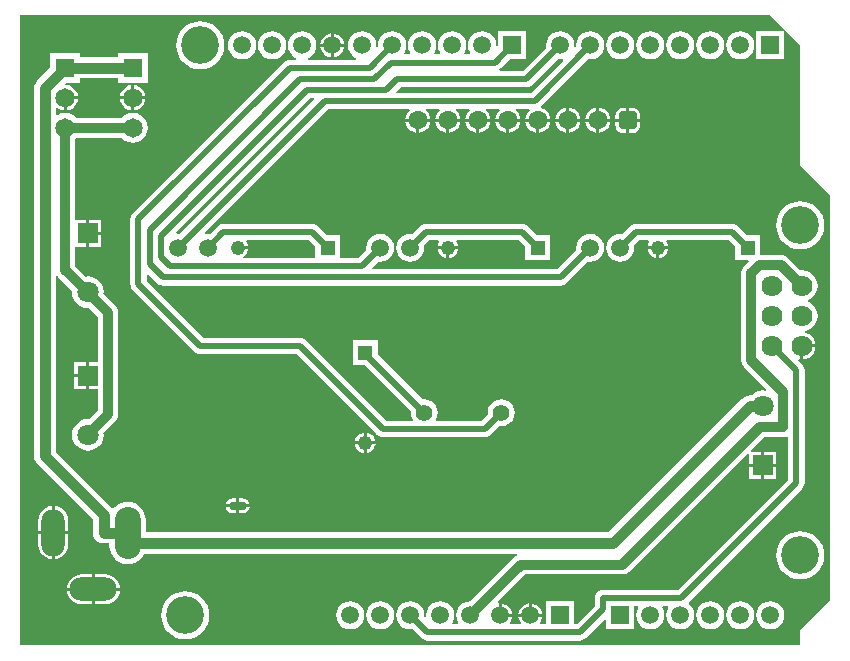
<source format=gbl>
G04*
G04 #@! TF.GenerationSoftware,Altium Limited,Altium Designer,22.5.1 (42)*
G04*
G04 Layer_Physical_Order=2*
G04 Layer_Color=16711680*
%FSLAX42Y42*%
%MOMM*%
G71*
G04*
G04 #@! TF.SameCoordinates,8F982C1A-2937-4736-9447-CD7387795ED9*
G04*
G04*
G04 #@! TF.FilePolarity,Positive*
G04*
G01*
G75*
%ADD24R,1.24X1.24*%
%ADD25C,1.24*%
%ADD26R,1.24X1.24*%
%ADD34C,1.80*%
%ADD35R,1.80X1.80*%
%ADD36O,2.00X4.00*%
%ADD37O,4.00X2.00*%
%ADD38O,2.20X4.40*%
%ADD39R,1.65X1.65*%
%ADD40C,1.65*%
%ADD41C,1.60*%
G04:AMPARAMS|DCode=42|XSize=1.6mm|YSize=1.6mm|CornerRadius=0.4mm|HoleSize=0mm|Usage=FLASHONLY|Rotation=180.000|XOffset=0mm|YOffset=0mm|HoleType=Round|Shape=RoundedRectangle|*
%AMROUNDEDRECTD42*
21,1,1.60,0.80,0,0,180.0*
21,1,0.80,1.60,0,0,180.0*
1,1,0.80,-0.40,0.40*
1,1,0.80,0.40,0.40*
1,1,0.80,0.40,-0.40*
1,1,0.80,-0.40,-0.40*
%
%ADD42ROUNDEDRECTD42*%
%ADD43C,1.50*%
%ADD44O,1.52X0.76*%
%ADD45C,1.41*%
%ADD46C,1.78*%
%ADD47C,1.52*%
%ADD48R,1.52X1.52*%
%ADD49C,3.20*%
%ADD50C,0.94*%
%ADD51C,0.81*%
%ADD52C,0.51*%
G36*
X6474Y5210D02*
X6467Y5199D01*
X6458Y5199D01*
X6231D01*
Y4961D01*
X6469D01*
Y5187D01*
X6469Y5197D01*
X6480Y5204D01*
X6604Y5080D01*
Y4064D01*
X6858Y3810D01*
Y381D01*
X6604Y127D01*
Y0D01*
X0D01*
Y5334D01*
X6350D01*
X6474Y5210D01*
D02*
G37*
%LPC*%
G36*
X2654Y5181D02*
Y5093D01*
X2742D01*
X2741Y5107D01*
X2730Y5131D01*
X2714Y5152D01*
X2693Y5169D01*
X2668Y5179D01*
X2654Y5181D01*
D02*
G37*
G36*
X2629D02*
X2615Y5179D01*
X2590Y5169D01*
X2569Y5152D01*
X2553Y5131D01*
X2543Y5107D01*
X2541Y5093D01*
X2629D01*
Y5181D01*
D02*
G37*
G36*
X4826Y5200D02*
X4795Y5196D01*
X4766Y5184D01*
X4741Y5165D01*
X4722Y5140D01*
X4710Y5111D01*
X4706Y5080D01*
X4708Y5065D01*
X4703Y5061D01*
X4691Y5067D01*
X4692Y5080D01*
X4688Y5111D01*
X4676Y5140D01*
X4657Y5165D01*
X4632Y5184D01*
X4603Y5196D01*
X4572Y5200D01*
X4541Y5196D01*
X4512Y5184D01*
X4487Y5165D01*
X4468Y5140D01*
X4456Y5111D01*
X4452Y5080D01*
X4454Y5060D01*
X4258Y4863D01*
X4062D01*
X4057Y4876D01*
X4067Y4884D01*
X4144Y4961D01*
X4285D01*
Y5199D01*
X4046D01*
Y5065D01*
X4043Y5063D01*
X4031Y5070D01*
X4032Y5080D01*
X4028Y5111D01*
X4016Y5140D01*
X3997Y5165D01*
X3972Y5184D01*
X3943Y5196D01*
X3912Y5200D01*
X3880Y5196D01*
X3851Y5184D01*
X3826Y5165D01*
X3807Y5140D01*
X3795Y5111D01*
X3791Y5080D01*
X3795Y5049D01*
X3807Y5020D01*
X3812Y5013D01*
X3807Y5002D01*
X3762D01*
X3757Y5013D01*
X3762Y5020D01*
X3774Y5049D01*
X3778Y5080D01*
X3774Y5111D01*
X3762Y5140D01*
X3743Y5165D01*
X3718Y5184D01*
X3689Y5196D01*
X3658Y5200D01*
X3626Y5196D01*
X3597Y5184D01*
X3572Y5165D01*
X3553Y5140D01*
X3541Y5111D01*
X3537Y5080D01*
X3541Y5049D01*
X3553Y5020D01*
X3558Y5013D01*
X3553Y5002D01*
X3508D01*
X3503Y5013D01*
X3508Y5020D01*
X3520Y5049D01*
X3524Y5080D01*
X3520Y5111D01*
X3508Y5140D01*
X3489Y5165D01*
X3464Y5184D01*
X3435Y5196D01*
X3404Y5200D01*
X3372Y5196D01*
X3343Y5184D01*
X3318Y5165D01*
X3299Y5140D01*
X3287Y5111D01*
X3283Y5080D01*
X3287Y5049D01*
X3299Y5020D01*
X3304Y5013D01*
X3299Y5002D01*
X3254D01*
X3249Y5013D01*
X3254Y5020D01*
X3266Y5049D01*
X3270Y5080D01*
X3266Y5111D01*
X3254Y5140D01*
X3235Y5165D01*
X3210Y5184D01*
X3181Y5196D01*
X3150Y5200D01*
X3118Y5196D01*
X3089Y5184D01*
X3064Y5165D01*
X3045Y5140D01*
X3033Y5111D01*
X3029Y5080D01*
X3031Y5065D01*
X3026Y5061D01*
X3014Y5067D01*
X3016Y5080D01*
X3012Y5111D01*
X3000Y5140D01*
X2981Y5165D01*
X2956Y5184D01*
X2927Y5196D01*
X2896Y5200D01*
X2864Y5196D01*
X2835Y5184D01*
X2810Y5165D01*
X2791Y5140D01*
X2779Y5111D01*
X2775Y5080D01*
X2779Y5049D01*
X2791Y5020D01*
X2810Y4995D01*
X2835Y4976D01*
X2846Y4971D01*
X2843Y4959D01*
X2440D01*
X2437Y4971D01*
X2448Y4976D01*
X2473Y4995D01*
X2492Y5020D01*
X2504Y5049D01*
X2508Y5080D01*
X2504Y5111D01*
X2492Y5140D01*
X2473Y5165D01*
X2448Y5184D01*
X2419Y5196D01*
X2388Y5200D01*
X2356Y5196D01*
X2327Y5184D01*
X2302Y5165D01*
X2283Y5140D01*
X2271Y5111D01*
X2267Y5080D01*
X2271Y5049D01*
X2283Y5020D01*
X2302Y4995D01*
X2327Y4976D01*
X2338Y4971D01*
X2335Y4959D01*
X2281D01*
X2263Y4956D01*
X2246Y4949D01*
X2232Y4938D01*
X952Y3658D01*
X941Y3644D01*
X934Y3627D01*
X932Y3609D01*
Y3058D01*
X934Y3040D01*
X941Y3024D01*
X952Y3009D01*
X1475Y2486D01*
X1489Y2475D01*
X1506Y2468D01*
X1524Y2466D01*
X2339D01*
X3024Y1780D01*
X3039Y1769D01*
X3055Y1762D01*
X3073Y1760D01*
X3932D01*
X3950Y1762D01*
X3966Y1769D01*
X3981Y1780D01*
X4057Y1856D01*
X4071Y1854D01*
X4101Y1858D01*
X4129Y1869D01*
X4153Y1887D01*
X4171Y1911D01*
X4182Y1939D01*
X4186Y1968D01*
X4182Y1998D01*
X4171Y2026D01*
X4153Y2050D01*
X4129Y2068D01*
X4101Y2079D01*
X4071Y2083D01*
X4042Y2079D01*
X4014Y2068D01*
X3990Y2050D01*
X3972Y2026D01*
X3961Y1998D01*
X3957Y1968D01*
X3959Y1954D01*
X3903Y1898D01*
X3525D01*
X3519Y1909D01*
X3521Y1911D01*
X3532Y1939D01*
X3536Y1968D01*
X3532Y1998D01*
X3521Y2026D01*
X3503Y2050D01*
X3479Y2068D01*
X3451Y2079D01*
X3422Y2083D01*
X3407Y2081D01*
X3026Y2461D01*
Y2582D01*
X2816D01*
Y2371D01*
X2921D01*
X3309Y1983D01*
X3307Y1968D01*
X3311Y1939D01*
X3322Y1911D01*
X3324Y1909D01*
X3318Y1898D01*
X3102D01*
X2416Y2584D01*
X2402Y2595D01*
X2385Y2602D01*
X2367Y2604D01*
X1553D01*
X1070Y3087D01*
Y3136D01*
X1082Y3141D01*
X1158Y3065D01*
X1172Y3054D01*
X1189Y3047D01*
X1206Y3045D01*
X4575D01*
X4592Y3047D01*
X4609Y3054D01*
X4623Y3065D01*
X4807Y3249D01*
X4826Y3246D01*
X4857Y3250D01*
X4886Y3262D01*
X4910Y3281D01*
X4929Y3306D01*
X4941Y3335D01*
X4945Y3365D01*
X4941Y3396D01*
X4929Y3425D01*
X4910Y3450D01*
X4886Y3469D01*
X4857Y3481D01*
X4826Y3485D01*
X4795Y3481D01*
X4766Y3469D01*
X4742Y3450D01*
X4723Y3425D01*
X4711Y3396D01*
X4707Y3365D01*
X4709Y3347D01*
X4546Y3183D01*
X2980D01*
X2975Y3195D01*
X3029Y3249D01*
X3048Y3246D01*
X3079Y3250D01*
X3108Y3262D01*
X3132Y3281D01*
X3151Y3306D01*
X3163Y3335D01*
X3167Y3365D01*
X3163Y3396D01*
X3151Y3425D01*
X3132Y3450D01*
X3108Y3469D01*
X3079Y3481D01*
X3048Y3485D01*
X3017Y3481D01*
X2988Y3469D01*
X2964Y3450D01*
X2945Y3425D01*
X2933Y3396D01*
X2929Y3365D01*
X2931Y3347D01*
X2862Y3277D01*
X2709D01*
Y3471D01*
X2596D01*
X2520Y3546D01*
X2506Y3557D01*
X2489Y3564D01*
X2471Y3567D01*
X1720D01*
X1702Y3564D01*
X1685Y3557D01*
X1671Y3546D01*
X1606Y3482D01*
X1588Y3485D01*
X1566Y3482D01*
X1560Y3494D01*
X2604Y4538D01*
X3293D01*
X3298Y4526D01*
X3290Y4520D01*
X3273Y4498D01*
X3263Y4473D01*
X3261Y4458D01*
X3365D01*
X3470D01*
X3468Y4473D01*
X3458Y4498D01*
X3441Y4520D01*
X3433Y4526D01*
X3438Y4538D01*
X3547D01*
X3552Y4526D01*
X3544Y4520D01*
X3527Y4498D01*
X3517Y4473D01*
X3515Y4458D01*
X3619D01*
X3724D01*
X3722Y4473D01*
X3712Y4498D01*
X3695Y4520D01*
X3687Y4526D01*
X3692Y4538D01*
X3801D01*
X3806Y4526D01*
X3798Y4520D01*
X3781Y4498D01*
X3771Y4473D01*
X3769Y4458D01*
X3874D01*
X3978D01*
X3976Y4473D01*
X3966Y4498D01*
X3949Y4520D01*
X3941Y4526D01*
X3946Y4538D01*
X4055D01*
X4060Y4526D01*
X4052Y4520D01*
X4035Y4498D01*
X4025Y4473D01*
X4023Y4458D01*
X4128D01*
X4232D01*
X4230Y4473D01*
X4220Y4498D01*
X4203Y4520D01*
X4195Y4526D01*
X4200Y4538D01*
X4309D01*
X4314Y4526D01*
X4306Y4520D01*
X4289Y4498D01*
X4279Y4473D01*
X4277Y4458D01*
X4381D01*
X4486D01*
X4484Y4473D01*
X4474Y4498D01*
X4457Y4520D01*
X4435Y4537D01*
X4409Y4548D01*
X4407Y4548D01*
X4405Y4561D01*
X4806Y4962D01*
X4826Y4960D01*
X4857Y4964D01*
X4886Y4976D01*
X4911Y4995D01*
X4930Y5020D01*
X4942Y5049D01*
X4946Y5080D01*
X4942Y5111D01*
X4930Y5140D01*
X4911Y5165D01*
X4886Y5184D01*
X4857Y5196D01*
X4826Y5200D01*
D02*
G37*
G36*
X1078Y5015D02*
X827D01*
Y4980D01*
X507D01*
Y5015D01*
X255D01*
Y4892D01*
X144Y4781D01*
X130Y4762D01*
X120Y4740D01*
X117Y4717D01*
Y1600D01*
X120Y1577D01*
X130Y1555D01*
X144Y1536D01*
X615Y1065D01*
Y952D01*
X618Y929D01*
X627Y907D01*
X642Y888D01*
X661Y874D01*
X683Y865D01*
X706Y862D01*
X755D01*
Y843D01*
X758Y812D01*
X767Y784D01*
X781Y757D01*
X800Y734D01*
X823Y715D01*
X850Y700D01*
X879Y692D01*
X909Y689D01*
X939Y692D01*
X968Y700D01*
X995Y715D01*
X1018Y734D01*
X1037Y757D01*
X1045Y773D01*
X4203D01*
X4207Y761D01*
X4197Y756D01*
X4179Y743D01*
X3811Y374D01*
X3810Y374D01*
X3779Y370D01*
X3750Y358D01*
X3725Y339D01*
X3706Y314D01*
X3694Y285D01*
X3690Y254D01*
X3694Y223D01*
X3706Y194D01*
X3709Y190D01*
X3703Y178D01*
X3663D01*
X3657Y190D01*
X3660Y194D01*
X3672Y223D01*
X3676Y254D01*
X3672Y285D01*
X3660Y314D01*
X3641Y339D01*
X3616Y358D01*
X3587Y370D01*
X3556Y374D01*
X3525Y370D01*
X3496Y358D01*
X3471Y339D01*
X3452Y314D01*
X3440Y285D01*
X3436Y254D01*
X3437Y241D01*
X3425Y235D01*
X3420Y239D01*
X3422Y254D01*
X3418Y285D01*
X3406Y314D01*
X3387Y339D01*
X3362Y358D01*
X3333Y370D01*
X3302Y374D01*
X3271Y370D01*
X3242Y358D01*
X3217Y339D01*
X3198Y314D01*
X3186Y285D01*
X3182Y254D01*
X3186Y223D01*
X3198Y194D01*
X3217Y169D01*
X3242Y150D01*
X3271Y138D01*
X3302Y134D01*
X3322Y136D01*
X3398Y60D01*
X3412Y49D01*
X3429Y42D01*
X3447Y40D01*
X4740D01*
X4758Y42D01*
X4774Y49D01*
X4789Y60D01*
X4949Y221D01*
X4961Y216D01*
Y135D01*
X5199D01*
Y330D01*
X5227D01*
X5233Y318D01*
X5230Y314D01*
X5218Y285D01*
X5214Y254D01*
X5218Y223D01*
X5230Y194D01*
X5249Y169D01*
X5274Y150D01*
X5303Y138D01*
X5334Y134D01*
X5365Y138D01*
X5394Y150D01*
X5419Y169D01*
X5438Y194D01*
X5450Y223D01*
X5454Y254D01*
X5450Y285D01*
X5438Y314D01*
X5435Y318D01*
X5441Y330D01*
X5481D01*
X5487Y318D01*
X5484Y314D01*
X5472Y285D01*
X5468Y254D01*
X5472Y223D01*
X5484Y194D01*
X5503Y169D01*
X5528Y150D01*
X5557Y138D01*
X5588Y134D01*
X5619Y138D01*
X5648Y150D01*
X5673Y169D01*
X5692Y194D01*
X5704Y223D01*
X5708Y254D01*
X5704Y285D01*
X5692Y314D01*
X5673Y339D01*
X5660Y349D01*
X5659Y362D01*
X6620Y1323D01*
X6631Y1337D01*
X6638Y1354D01*
X6640Y1372D01*
Y2328D01*
X6638Y2346D01*
X6631Y2363D01*
X6620Y2377D01*
X6585Y2412D01*
X6592Y2423D01*
X6605Y2421D01*
Y2535D01*
X6618D01*
Y2548D01*
X6732D01*
X6729Y2565D01*
X6718Y2593D01*
X6700Y2617D01*
X6676Y2635D01*
X6648Y2646D01*
X6646Y2647D01*
Y2659D01*
X6652Y2660D01*
X6685Y2674D01*
X6712Y2695D01*
X6733Y2722D01*
X6747Y2755D01*
X6751Y2789D01*
X6747Y2823D01*
X6733Y2856D01*
X6712Y2883D01*
X6685Y2904D01*
X6672Y2910D01*
Y2922D01*
X6685Y2928D01*
X6712Y2949D01*
X6733Y2976D01*
X6747Y3009D01*
X6751Y3043D01*
X6747Y3077D01*
X6733Y3110D01*
X6712Y3137D01*
X6685Y3158D01*
X6652Y3172D01*
X6618Y3176D01*
X6606Y3175D01*
X6500Y3281D01*
X6483Y3294D01*
X6474Y3297D01*
X6462Y3302D01*
X6440Y3305D01*
X6265D01*
Y3471D01*
X6152D01*
X6076Y3546D01*
X6062Y3557D01*
X6045Y3564D01*
X6027Y3567D01*
X5212D01*
X5194Y3564D01*
X5177Y3557D01*
X5163Y3546D01*
X5099Y3482D01*
X5080Y3485D01*
X5049Y3481D01*
X5020Y3469D01*
X4996Y3450D01*
X4977Y3425D01*
X4965Y3396D01*
X4961Y3365D01*
X4965Y3335D01*
X4977Y3306D01*
X4996Y3281D01*
X5020Y3262D01*
X5049Y3250D01*
X5080Y3246D01*
X5111Y3250D01*
X5140Y3262D01*
X5164Y3281D01*
X5183Y3306D01*
X5195Y3335D01*
X5199Y3365D01*
X5197Y3384D01*
X5241Y3428D01*
X5319D01*
X5326Y3416D01*
X5321Y3410D01*
X5312Y3388D01*
X5311Y3378D01*
X5484D01*
X5483Y3388D01*
X5474Y3410D01*
X5469Y3416D01*
X5476Y3428D01*
X5999D01*
X6054Y3373D01*
Y3260D01*
X6162D01*
X6167Y3248D01*
X6130Y3212D01*
X6117Y3194D01*
X6113Y3186D01*
X6108Y3174D01*
X6105Y3152D01*
Y2413D01*
X6108Y2391D01*
X6113Y2379D01*
X6117Y2371D01*
X6130Y2353D01*
X6316Y2167D01*
X6310Y2155D01*
X6287Y2158D01*
X6252Y2154D01*
X6219Y2140D01*
X6192Y2119D01*
X6188Y2115D01*
X6177D01*
X6177Y2115D01*
X6154Y2112D01*
X6132Y2103D01*
X6113Y2088D01*
X4979Y955D01*
X1063D01*
Y1062D01*
X1060Y1093D01*
X1051Y1121D01*
X1037Y1148D01*
X1018Y1171D01*
X995Y1190D01*
X968Y1205D01*
X939Y1213D01*
X909Y1216D01*
X879Y1213D01*
X850Y1205D01*
X823Y1190D01*
X800Y1171D01*
X789Y1158D01*
X777Y1158D01*
X770Y1167D01*
X770Y1167D01*
X299Y1638D01*
Y3127D01*
X312Y3131D01*
X321Y3119D01*
X439Y3002D01*
X437Y2988D01*
X442Y2954D01*
X455Y2921D01*
X477Y2894D01*
X504Y2872D01*
X537Y2859D01*
X572Y2854D01*
X585Y2856D01*
X662Y2778D01*
Y2397D01*
X584D01*
Y2282D01*
X572D01*
D01*
X584D01*
Y2167D01*
X662D01*
Y1992D01*
X585Y1915D01*
X572Y1916D01*
X537Y1912D01*
X504Y1898D01*
X477Y1877D01*
X455Y1849D01*
X442Y1817D01*
X437Y1782D01*
X442Y1747D01*
X455Y1715D01*
X477Y1687D01*
X504Y1666D01*
X537Y1652D01*
X572Y1648D01*
X606Y1652D01*
X639Y1666D01*
X666Y1687D01*
X688Y1715D01*
X701Y1747D01*
X706Y1782D01*
X704Y1795D01*
X807Y1897D01*
X820Y1915D01*
X828Y1935D01*
X831Y1957D01*
Y2813D01*
X828Y2835D01*
X820Y2856D01*
X807Y2873D01*
X704Y2975D01*
X706Y2988D01*
X701Y3023D01*
X688Y3056D01*
X666Y3083D01*
X639Y3105D01*
X606Y3118D01*
X572Y3123D01*
X558Y3121D01*
X466Y3214D01*
Y3373D01*
X559D01*
Y3488D01*
Y3604D01*
X466D01*
Y4288D01*
X471Y4292D01*
X475Y4297D01*
X859D01*
X863Y4292D01*
X889Y4272D01*
X920Y4259D01*
X952Y4255D01*
X985Y4259D01*
X1016Y4272D01*
X1042Y4292D01*
X1062Y4318D01*
X1075Y4349D01*
X1079Y4381D01*
X1075Y4414D01*
X1062Y4445D01*
X1042Y4471D01*
X1016Y4491D01*
X985Y4504D01*
X952Y4508D01*
X920Y4504D01*
X889Y4491D01*
X863Y4471D01*
X859Y4466D01*
X475D01*
X471Y4471D01*
X444Y4491D01*
X414Y4504D01*
X381Y4508D01*
X348Y4504D01*
X318Y4491D01*
X311Y4486D01*
X299Y4492D01*
Y4546D01*
X312Y4552D01*
X327Y4541D01*
X353Y4530D01*
X368Y4528D01*
Y4635D01*
X381D01*
Y4648D01*
X488D01*
X486Y4664D01*
X475Y4690D01*
X458Y4712D01*
X435Y4730D01*
X409Y4741D01*
X382Y4744D01*
X378Y4751D01*
X376Y4755D01*
X384Y4764D01*
X507D01*
Y4799D01*
X827D01*
Y4764D01*
X1078D01*
Y5015D01*
D02*
G37*
G36*
X2742Y5067D02*
X2654D01*
Y4979D01*
X2668Y4981D01*
X2693Y4991D01*
X2714Y5008D01*
X2730Y5029D01*
X2741Y5053D01*
X2742Y5067D01*
D02*
G37*
G36*
X2629D02*
X2541D01*
X2543Y5053D01*
X2553Y5029D01*
X2569Y5008D01*
X2590Y4991D01*
X2615Y4981D01*
X2629Y4979D01*
Y5067D01*
D02*
G37*
G36*
X6096Y5200D02*
X6065Y5196D01*
X6036Y5184D01*
X6011Y5165D01*
X5992Y5140D01*
X5980Y5111D01*
X5976Y5080D01*
X5980Y5049D01*
X5992Y5020D01*
X6011Y4995D01*
X6036Y4976D01*
X6065Y4964D01*
X6096Y4960D01*
X6127Y4964D01*
X6156Y4976D01*
X6181Y4995D01*
X6200Y5020D01*
X6212Y5049D01*
X6216Y5080D01*
X6212Y5111D01*
X6200Y5140D01*
X6181Y5165D01*
X6156Y5184D01*
X6127Y5196D01*
X6096Y5200D01*
D02*
G37*
G36*
X5842D02*
X5811Y5196D01*
X5782Y5184D01*
X5757Y5165D01*
X5738Y5140D01*
X5726Y5111D01*
X5722Y5080D01*
X5726Y5049D01*
X5738Y5020D01*
X5757Y4995D01*
X5782Y4976D01*
X5811Y4964D01*
X5842Y4960D01*
X5873Y4964D01*
X5902Y4976D01*
X5927Y4995D01*
X5946Y5020D01*
X5958Y5049D01*
X5962Y5080D01*
X5958Y5111D01*
X5946Y5140D01*
X5927Y5165D01*
X5902Y5184D01*
X5873Y5196D01*
X5842Y5200D01*
D02*
G37*
G36*
X5588D02*
X5557Y5196D01*
X5528Y5184D01*
X5503Y5165D01*
X5484Y5140D01*
X5472Y5111D01*
X5468Y5080D01*
X5472Y5049D01*
X5484Y5020D01*
X5503Y4995D01*
X5528Y4976D01*
X5557Y4964D01*
X5588Y4960D01*
X5619Y4964D01*
X5648Y4976D01*
X5673Y4995D01*
X5692Y5020D01*
X5704Y5049D01*
X5708Y5080D01*
X5704Y5111D01*
X5692Y5140D01*
X5673Y5165D01*
X5648Y5184D01*
X5619Y5196D01*
X5588Y5200D01*
D02*
G37*
G36*
X5334D02*
X5303Y5196D01*
X5274Y5184D01*
X5249Y5165D01*
X5230Y5140D01*
X5218Y5111D01*
X5214Y5080D01*
X5218Y5049D01*
X5230Y5020D01*
X5249Y4995D01*
X5274Y4976D01*
X5303Y4964D01*
X5334Y4960D01*
X5365Y4964D01*
X5394Y4976D01*
X5419Y4995D01*
X5438Y5020D01*
X5450Y5049D01*
X5454Y5080D01*
X5450Y5111D01*
X5438Y5140D01*
X5419Y5165D01*
X5394Y5184D01*
X5365Y5196D01*
X5334Y5200D01*
D02*
G37*
G36*
X5080D02*
X5049Y5196D01*
X5020Y5184D01*
X4995Y5165D01*
X4976Y5140D01*
X4964Y5111D01*
X4960Y5080D01*
X4964Y5049D01*
X4976Y5020D01*
X4995Y4995D01*
X5020Y4976D01*
X5049Y4964D01*
X5080Y4960D01*
X5111Y4964D01*
X5140Y4976D01*
X5165Y4995D01*
X5184Y5020D01*
X5196Y5049D01*
X5200Y5080D01*
X5196Y5111D01*
X5184Y5140D01*
X5165Y5165D01*
X5140Y5184D01*
X5111Y5196D01*
X5080Y5200D01*
D02*
G37*
G36*
X2134D02*
X2102Y5196D01*
X2073Y5184D01*
X2048Y5165D01*
X2029Y5140D01*
X2017Y5111D01*
X2013Y5080D01*
X2017Y5049D01*
X2029Y5020D01*
X2048Y4995D01*
X2073Y4976D01*
X2102Y4964D01*
X2134Y4960D01*
X2165Y4964D01*
X2194Y4976D01*
X2219Y4995D01*
X2238Y5020D01*
X2250Y5049D01*
X2254Y5080D01*
X2250Y5111D01*
X2238Y5140D01*
X2219Y5165D01*
X2194Y5184D01*
X2165Y5196D01*
X2134Y5200D01*
D02*
G37*
G36*
X1880D02*
X1848Y5196D01*
X1819Y5184D01*
X1794Y5165D01*
X1775Y5140D01*
X1763Y5111D01*
X1759Y5080D01*
X1763Y5049D01*
X1775Y5020D01*
X1794Y4995D01*
X1819Y4976D01*
X1848Y4964D01*
X1880Y4960D01*
X1911Y4964D01*
X1940Y4976D01*
X1965Y4995D01*
X1984Y5020D01*
X1996Y5049D01*
X2000Y5080D01*
X1996Y5111D01*
X1984Y5140D01*
X1965Y5165D01*
X1940Y5184D01*
X1911Y5196D01*
X1880Y5200D01*
D02*
G37*
G36*
X1524Y5284D02*
X1484Y5280D01*
X1446Y5269D01*
X1411Y5250D01*
X1380Y5224D01*
X1354Y5193D01*
X1335Y5158D01*
X1324Y5120D01*
X1320Y5080D01*
X1324Y5040D01*
X1335Y5002D01*
X1354Y4967D01*
X1380Y4936D01*
X1411Y4910D01*
X1446Y4891D01*
X1484Y4880D01*
X1524Y4876D01*
X1564Y4880D01*
X1602Y4891D01*
X1637Y4910D01*
X1668Y4936D01*
X1694Y4967D01*
X1713Y5002D01*
X1724Y5040D01*
X1728Y5080D01*
X1724Y5120D01*
X1713Y5158D01*
X1694Y5193D01*
X1668Y5224D01*
X1637Y5250D01*
X1602Y5269D01*
X1564Y5280D01*
X1524Y5284D01*
D02*
G37*
G36*
X965Y4743D02*
Y4648D01*
X1060D01*
X1058Y4664D01*
X1047Y4690D01*
X1029Y4712D01*
X1007Y4730D01*
X981Y4741D01*
X965Y4743D01*
D02*
G37*
G36*
X940D02*
X924Y4741D01*
X898Y4730D01*
X876Y4712D01*
X858Y4690D01*
X847Y4664D01*
X845Y4648D01*
X940D01*
Y4743D01*
D02*
G37*
G36*
X1060Y4623D02*
X965D01*
Y4528D01*
X981Y4530D01*
X1007Y4541D01*
X1029Y4559D01*
X1047Y4581D01*
X1058Y4607D01*
X1060Y4623D01*
D02*
G37*
G36*
X488D02*
X394D01*
Y4528D01*
X409Y4530D01*
X435Y4541D01*
X458Y4559D01*
X475Y4581D01*
X486Y4607D01*
X488Y4623D01*
D02*
G37*
G36*
X940D02*
X845D01*
X847Y4607D01*
X858Y4581D01*
X876Y4559D01*
X898Y4541D01*
X924Y4530D01*
X940Y4528D01*
Y4623D01*
D02*
G37*
G36*
X4902Y4550D02*
Y4458D01*
X4994D01*
X4992Y4473D01*
X4982Y4498D01*
X4965Y4520D01*
X4943Y4537D01*
X4917Y4548D01*
X4902Y4550D01*
D02*
G37*
G36*
X5183Y4551D02*
X5156D01*
Y4458D01*
X5249D01*
Y4485D01*
X5247Y4502D01*
X5241Y4518D01*
X5230Y4532D01*
X5216Y4542D01*
X5201Y4549D01*
X5183Y4551D01*
D02*
G37*
G36*
X4648Y4550D02*
Y4458D01*
X4740D01*
X4738Y4473D01*
X4728Y4498D01*
X4711Y4520D01*
X4689Y4537D01*
X4663Y4548D01*
X4648Y4550D01*
D02*
G37*
G36*
X4877D02*
X4862Y4548D01*
X4836Y4537D01*
X4814Y4520D01*
X4797Y4498D01*
X4787Y4473D01*
X4785Y4458D01*
X4877D01*
Y4550D01*
D02*
G37*
G36*
X4623D02*
X4608Y4548D01*
X4582Y4537D01*
X4560Y4520D01*
X4543Y4498D01*
X4533Y4473D01*
X4531Y4458D01*
X4623D01*
Y4550D01*
D02*
G37*
G36*
X5131Y4551D02*
X5103D01*
X5086Y4549D01*
X5071Y4542D01*
X5057Y4532D01*
X5046Y4518D01*
X5040Y4502D01*
X5038Y4485D01*
Y4458D01*
X5131D01*
Y4551D01*
D02*
G37*
G36*
X4994Y4432D02*
X4902D01*
Y4340D01*
X4917Y4342D01*
X4943Y4353D01*
X4965Y4370D01*
X4982Y4392D01*
X4992Y4417D01*
X4994Y4432D01*
D02*
G37*
G36*
X4740D02*
X4648D01*
Y4340D01*
X4663Y4342D01*
X4689Y4353D01*
X4711Y4370D01*
X4728Y4392D01*
X4738Y4417D01*
X4740Y4432D01*
D02*
G37*
G36*
X4486D02*
X4394D01*
Y4340D01*
X4409Y4342D01*
X4435Y4353D01*
X4457Y4370D01*
X4474Y4392D01*
X4484Y4417D01*
X4486Y4432D01*
D02*
G37*
G36*
X4232D02*
X4140D01*
Y4340D01*
X4155Y4342D01*
X4181Y4353D01*
X4203Y4370D01*
X4220Y4392D01*
X4230Y4417D01*
X4232Y4432D01*
D02*
G37*
G36*
X3978D02*
X3886D01*
Y4340D01*
X3901Y4342D01*
X3927Y4353D01*
X3949Y4370D01*
X3966Y4392D01*
X3976Y4417D01*
X3978Y4432D01*
D02*
G37*
G36*
X3724D02*
X3632D01*
Y4340D01*
X3647Y4342D01*
X3673Y4353D01*
X3695Y4370D01*
X3712Y4392D01*
X3722Y4417D01*
X3724Y4432D01*
D02*
G37*
G36*
X3470D02*
X3378D01*
Y4340D01*
X3393Y4342D01*
X3419Y4353D01*
X3441Y4370D01*
X3458Y4392D01*
X3468Y4417D01*
X3470Y4432D01*
D02*
G37*
G36*
X4877D02*
X4785D01*
X4787Y4417D01*
X4797Y4392D01*
X4814Y4370D01*
X4836Y4353D01*
X4862Y4342D01*
X4877Y4340D01*
Y4432D01*
D02*
G37*
G36*
X4623D02*
X4531D01*
X4533Y4417D01*
X4543Y4392D01*
X4560Y4370D01*
X4582Y4353D01*
X4608Y4342D01*
X4623Y4340D01*
Y4432D01*
D02*
G37*
G36*
X4369D02*
X4277D01*
X4279Y4417D01*
X4289Y4392D01*
X4306Y4370D01*
X4328Y4353D01*
X4354Y4342D01*
X4369Y4340D01*
Y4432D01*
D02*
G37*
G36*
X4115D02*
X4023D01*
X4025Y4417D01*
X4035Y4392D01*
X4052Y4370D01*
X4074Y4353D01*
X4100Y4342D01*
X4115Y4340D01*
Y4432D01*
D02*
G37*
G36*
X3861D02*
X3769D01*
X3771Y4417D01*
X3781Y4392D01*
X3798Y4370D01*
X3820Y4353D01*
X3846Y4342D01*
X3861Y4340D01*
Y4432D01*
D02*
G37*
G36*
X3607D02*
X3515D01*
X3517Y4417D01*
X3527Y4392D01*
X3544Y4370D01*
X3566Y4353D01*
X3592Y4342D01*
X3607Y4340D01*
Y4432D01*
D02*
G37*
G36*
X3353D02*
X3261D01*
X3263Y4417D01*
X3273Y4392D01*
X3290Y4370D01*
X3312Y4353D01*
X3338Y4342D01*
X3353Y4340D01*
Y4432D01*
D02*
G37*
G36*
X5249D02*
X5156D01*
Y4339D01*
X5183D01*
X5201Y4341D01*
X5216Y4348D01*
X5230Y4358D01*
X5241Y4372D01*
X5247Y4388D01*
X5249Y4405D01*
Y4432D01*
D02*
G37*
G36*
X5131D02*
X5038D01*
Y4405D01*
X5040Y4388D01*
X5046Y4372D01*
X5057Y4358D01*
X5071Y4348D01*
X5086Y4341D01*
X5103Y4339D01*
X5131D01*
Y4432D01*
D02*
G37*
G36*
X687Y3604D02*
X584D01*
Y3501D01*
X687D01*
Y3604D01*
D02*
G37*
G36*
X4249Y3567D02*
X3434D01*
X3416Y3564D01*
X3399Y3557D01*
X3385Y3546D01*
X3321Y3482D01*
X3302Y3485D01*
X3271Y3481D01*
X3242Y3469D01*
X3218Y3450D01*
X3199Y3425D01*
X3187Y3396D01*
X3183Y3365D01*
X3187Y3335D01*
X3199Y3306D01*
X3218Y3281D01*
X3242Y3262D01*
X3271Y3250D01*
X3302Y3246D01*
X3333Y3250D01*
X3362Y3262D01*
X3386Y3281D01*
X3405Y3306D01*
X3417Y3335D01*
X3421Y3365D01*
X3419Y3384D01*
X3463Y3428D01*
X3541D01*
X3548Y3416D01*
X3543Y3410D01*
X3534Y3388D01*
X3533Y3378D01*
X3706D01*
X3705Y3388D01*
X3696Y3410D01*
X3691Y3416D01*
X3698Y3428D01*
X4221D01*
X4276Y3373D01*
Y3260D01*
X4487D01*
Y3471D01*
X4374D01*
X4298Y3546D01*
X4284Y3557D01*
X4267Y3564D01*
X4249Y3567D01*
D02*
G37*
G36*
X687Y3476D02*
X584D01*
Y3373D01*
X687D01*
Y3476D01*
D02*
G37*
G36*
X6604Y3760D02*
X6564Y3756D01*
X6526Y3745D01*
X6491Y3726D01*
X6460Y3700D01*
X6434Y3669D01*
X6415Y3634D01*
X6404Y3596D01*
X6400Y3556D01*
X6404Y3516D01*
X6415Y3478D01*
X6434Y3443D01*
X6460Y3412D01*
X6491Y3386D01*
X6526Y3367D01*
X6564Y3356D01*
X6604Y3352D01*
X6644Y3356D01*
X6682Y3367D01*
X6717Y3386D01*
X6748Y3412D01*
X6774Y3443D01*
X6793Y3478D01*
X6804Y3516D01*
X6808Y3556D01*
X6804Y3596D01*
X6793Y3634D01*
X6774Y3669D01*
X6748Y3700D01*
X6717Y3726D01*
X6682Y3745D01*
X6644Y3756D01*
X6604Y3760D01*
D02*
G37*
G36*
X5484Y3353D02*
X5410D01*
Y3279D01*
X5420Y3280D01*
X5442Y3289D01*
X5460Y3303D01*
X5474Y3321D01*
X5483Y3343D01*
X5484Y3353D01*
D02*
G37*
G36*
X5385D02*
X5311D01*
X5312Y3343D01*
X5321Y3321D01*
X5335Y3303D01*
X5353Y3289D01*
X5375Y3280D01*
X5385Y3279D01*
Y3353D01*
D02*
G37*
G36*
X3706D02*
X3632D01*
Y3279D01*
X3642Y3280D01*
X3664Y3289D01*
X3682Y3303D01*
X3696Y3321D01*
X3705Y3343D01*
X3706Y3353D01*
D02*
G37*
G36*
X3607D02*
X3533D01*
X3534Y3343D01*
X3543Y3321D01*
X3557Y3303D01*
X3575Y3289D01*
X3597Y3280D01*
X3607Y3279D01*
Y3353D01*
D02*
G37*
G36*
X6732Y2522D02*
X6631D01*
Y2421D01*
X6648Y2424D01*
X6676Y2435D01*
X6700Y2453D01*
X6718Y2477D01*
X6729Y2505D01*
X6732Y2522D01*
D02*
G37*
G36*
X559Y2397D02*
X456D01*
Y2295D01*
X559D01*
Y2397D01*
D02*
G37*
G36*
Y2269D02*
X456D01*
Y2167D01*
X559D01*
Y2269D01*
D02*
G37*
G36*
X2934Y1801D02*
Y1727D01*
X3008D01*
X3006Y1737D01*
X2998Y1759D01*
X2983Y1777D01*
X2965Y1791D01*
X2944Y1800D01*
X2934Y1801D01*
D02*
G37*
G36*
X2908D02*
X2898Y1800D01*
X2877Y1791D01*
X2859Y1777D01*
X2844Y1759D01*
X2836Y1737D01*
X2834Y1727D01*
X2908D01*
Y1801D01*
D02*
G37*
G36*
X3008Y1702D02*
X2934D01*
Y1628D01*
X2944Y1629D01*
X2965Y1638D01*
X2983Y1652D01*
X2998Y1670D01*
X3006Y1692D01*
X3008Y1702D01*
D02*
G37*
G36*
X2908D02*
X2834D01*
X2836Y1692D01*
X2844Y1670D01*
X2859Y1652D01*
X2877Y1638D01*
X2898Y1629D01*
X2908Y1628D01*
Y1702D01*
D02*
G37*
G36*
X1880Y1246D02*
X1854D01*
Y1194D01*
X1942D01*
X1939Y1206D01*
X1925Y1227D01*
X1904Y1241D01*
X1880Y1246D01*
D02*
G37*
G36*
X1829D02*
X1803D01*
X1779Y1241D01*
X1758Y1227D01*
X1744Y1206D01*
X1741Y1194D01*
X1829D01*
Y1246D01*
D02*
G37*
G36*
X1942Y1168D02*
X1854D01*
Y1116D01*
X1880D01*
X1904Y1121D01*
X1925Y1135D01*
X1939Y1156D01*
X1942Y1168D01*
D02*
G37*
G36*
X1829D02*
X1741D01*
X1744Y1156D01*
X1758Y1135D01*
X1779Y1121D01*
X1803Y1116D01*
X1829D01*
Y1168D01*
D02*
G37*
G36*
X292Y1177D02*
Y965D01*
X405D01*
Y1052D01*
X401Y1085D01*
X389Y1116D01*
X368Y1142D01*
X342Y1162D01*
X312Y1175D01*
X292Y1177D01*
D02*
G37*
G36*
X266D02*
X246Y1175D01*
X216Y1162D01*
X190Y1142D01*
X169Y1116D01*
X157Y1085D01*
X153Y1052D01*
Y965D01*
X266D01*
Y1177D01*
D02*
G37*
G36*
X405Y940D02*
X292D01*
Y728D01*
X312Y730D01*
X342Y743D01*
X368Y763D01*
X389Y789D01*
X401Y820D01*
X405Y852D01*
Y940D01*
D02*
G37*
G36*
X266D02*
X153D01*
Y852D01*
X157Y820D01*
X169Y789D01*
X190Y763D01*
X216Y743D01*
X246Y730D01*
X266Y728D01*
Y940D01*
D02*
G37*
G36*
X6604Y966D02*
X6564Y962D01*
X6526Y951D01*
X6491Y932D01*
X6460Y906D01*
X6434Y875D01*
X6415Y840D01*
X6404Y802D01*
X6400Y762D01*
X6404Y722D01*
X6415Y684D01*
X6434Y649D01*
X6460Y618D01*
X6491Y592D01*
X6526Y573D01*
X6564Y562D01*
X6604Y558D01*
X6644Y562D01*
X6682Y573D01*
X6717Y592D01*
X6748Y618D01*
X6774Y649D01*
X6793Y684D01*
X6804Y722D01*
X6808Y762D01*
X6804Y802D01*
X6793Y840D01*
X6774Y875D01*
X6748Y906D01*
X6717Y932D01*
X6682Y951D01*
X6644Y962D01*
X6604Y966D01*
D02*
G37*
G36*
X719Y599D02*
X632D01*
Y485D01*
X844D01*
X841Y505D01*
X829Y536D01*
X808Y562D01*
X782Y582D01*
X752Y595D01*
X719Y599D01*
D02*
G37*
G36*
X606D02*
X519D01*
X486Y595D01*
X456Y582D01*
X430Y562D01*
X409Y536D01*
X397Y505D01*
X394Y485D01*
X606D01*
Y599D01*
D02*
G37*
G36*
X844Y460D02*
X632D01*
Y346D01*
X719D01*
X752Y350D01*
X782Y363D01*
X808Y383D01*
X829Y409D01*
X841Y440D01*
X844Y460D01*
D02*
G37*
G36*
X606D02*
X394D01*
X397Y440D01*
X409Y409D01*
X430Y383D01*
X456Y363D01*
X486Y350D01*
X519Y346D01*
X606D01*
Y460D01*
D02*
G37*
G36*
X6350Y374D02*
X6319Y370D01*
X6290Y358D01*
X6265Y339D01*
X6246Y314D01*
X6234Y285D01*
X6230Y254D01*
X6234Y223D01*
X6246Y194D01*
X6265Y169D01*
X6290Y150D01*
X6319Y138D01*
X6350Y134D01*
X6381Y138D01*
X6410Y150D01*
X6435Y169D01*
X6454Y194D01*
X6466Y223D01*
X6470Y254D01*
X6466Y285D01*
X6454Y314D01*
X6435Y339D01*
X6410Y358D01*
X6381Y370D01*
X6350Y374D01*
D02*
G37*
G36*
X6096D02*
X6065Y370D01*
X6036Y358D01*
X6011Y339D01*
X5992Y314D01*
X5980Y285D01*
X5976Y254D01*
X5980Y223D01*
X5992Y194D01*
X6011Y169D01*
X6036Y150D01*
X6065Y138D01*
X6096Y134D01*
X6127Y138D01*
X6156Y150D01*
X6181Y169D01*
X6200Y194D01*
X6212Y223D01*
X6216Y254D01*
X6212Y285D01*
X6200Y314D01*
X6181Y339D01*
X6156Y358D01*
X6127Y370D01*
X6096Y374D01*
D02*
G37*
G36*
X5842D02*
X5811Y370D01*
X5782Y358D01*
X5757Y339D01*
X5738Y314D01*
X5726Y285D01*
X5722Y254D01*
X5726Y223D01*
X5738Y194D01*
X5757Y169D01*
X5782Y150D01*
X5811Y138D01*
X5842Y134D01*
X5873Y138D01*
X5902Y150D01*
X5927Y169D01*
X5946Y194D01*
X5958Y223D01*
X5962Y254D01*
X5958Y285D01*
X5946Y314D01*
X5927Y339D01*
X5902Y358D01*
X5873Y370D01*
X5842Y374D01*
D02*
G37*
G36*
X3048D02*
X3017Y370D01*
X2988Y358D01*
X2963Y339D01*
X2944Y314D01*
X2932Y285D01*
X2928Y254D01*
X2932Y223D01*
X2944Y194D01*
X2963Y169D01*
X2988Y150D01*
X3017Y138D01*
X3048Y134D01*
X3079Y138D01*
X3108Y150D01*
X3133Y169D01*
X3152Y194D01*
X3164Y223D01*
X3168Y254D01*
X3164Y285D01*
X3152Y314D01*
X3133Y339D01*
X3108Y358D01*
X3079Y370D01*
X3048Y374D01*
D02*
G37*
G36*
X2794D02*
X2763Y370D01*
X2734Y358D01*
X2709Y339D01*
X2690Y314D01*
X2678Y285D01*
X2674Y254D01*
X2678Y223D01*
X2690Y194D01*
X2709Y169D01*
X2734Y150D01*
X2763Y138D01*
X2794Y134D01*
X2825Y138D01*
X2854Y150D01*
X2879Y169D01*
X2898Y194D01*
X2910Y223D01*
X2914Y254D01*
X2910Y285D01*
X2898Y314D01*
X2879Y339D01*
X2854Y358D01*
X2825Y370D01*
X2794Y374D01*
D02*
G37*
G36*
X1397Y458D02*
X1357Y454D01*
X1319Y443D01*
X1284Y424D01*
X1253Y398D01*
X1227Y367D01*
X1208Y332D01*
X1197Y294D01*
X1193Y254D01*
X1197Y214D01*
X1208Y176D01*
X1227Y141D01*
X1253Y110D01*
X1284Y84D01*
X1319Y65D01*
X1357Y54D01*
X1397Y50D01*
X1437Y54D01*
X1475Y65D01*
X1510Y84D01*
X1541Y110D01*
X1567Y141D01*
X1586Y176D01*
X1597Y214D01*
X1601Y254D01*
X1597Y294D01*
X1586Y332D01*
X1567Y367D01*
X1541Y398D01*
X1510Y424D01*
X1475Y443D01*
X1437Y454D01*
X1397Y458D01*
D02*
G37*
%LPD*%
G36*
X4598Y4950D02*
X4325Y4677D01*
X3190D01*
X3185Y4688D01*
X3221Y4725D01*
X4286D01*
X4304Y4727D01*
X4321Y4734D01*
X4335Y4745D01*
X4552Y4962D01*
X4572Y4960D01*
X4593Y4962D01*
X4598Y4950D01*
D02*
G37*
G36*
X2491Y4621D02*
X1352Y3482D01*
X1334Y3485D01*
X1323Y3483D01*
X1317Y3495D01*
X2454Y4632D01*
X2486D01*
X2491Y4621D01*
D02*
G37*
G36*
X2498Y3373D02*
Y3277D01*
X1890D01*
X1887Y3286D01*
X1887Y3290D01*
X1904Y3303D01*
X1918Y3321D01*
X1927Y3343D01*
X1928Y3353D01*
X1842D01*
Y3378D01*
X1928D01*
X1927Y3388D01*
X1918Y3410D01*
X1913Y3416D01*
X1920Y3428D01*
X2443D01*
X2498Y3373D01*
D02*
G37*
G36*
X6502Y1764D02*
Y1400D01*
X5570Y468D01*
X4935D01*
X4917Y466D01*
X4901Y459D01*
X4886Y448D01*
X4875Y433D01*
X4868Y417D01*
X4866Y399D01*
Y333D01*
X4711Y178D01*
X4691D01*
Y373D01*
X4453D01*
Y178D01*
X4404D01*
X4398Y191D01*
X4407Y203D01*
X4417Y227D01*
X4419Y241D01*
X4318D01*
X4217D01*
X4219Y227D01*
X4229Y203D01*
X4238Y191D01*
X4232Y178D01*
X4150D01*
X4144Y191D01*
X4153Y203D01*
X4163Y227D01*
X4165Y241D01*
X4064D01*
Y254D01*
X4051D01*
Y355D01*
X4048Y354D01*
X4042Y366D01*
X4274Y599D01*
X5098D01*
X5120Y602D01*
X5132Y607D01*
X5140Y610D01*
X5158Y623D01*
X6159Y1625D01*
X6171Y1620D01*
Y1537D01*
X6274D01*
Y1639D01*
X6190D01*
X6185Y1651D01*
X6299Y1765D01*
X6462D01*
X6484Y1767D01*
X6491Y1771D01*
X6502Y1764D01*
D02*
G37*
%LPC*%
G36*
X6402Y1639D02*
X6299D01*
Y1537D01*
X6402D01*
Y1639D01*
D02*
G37*
G36*
Y1511D02*
X6299D01*
Y1409D01*
X6402D01*
Y1511D01*
D02*
G37*
G36*
X6274D02*
X6171D01*
Y1409D01*
X6274D01*
Y1511D01*
D02*
G37*
G36*
X4331Y355D02*
Y267D01*
X4419D01*
X4417Y281D01*
X4407Y305D01*
X4390Y326D01*
X4369Y343D01*
X4345Y353D01*
X4331Y355D01*
D02*
G37*
G36*
X4077D02*
Y267D01*
X4165D01*
X4163Y281D01*
X4153Y305D01*
X4136Y326D01*
X4115Y343D01*
X4091Y353D01*
X4077Y355D01*
D02*
G37*
G36*
X4305D02*
X4291Y353D01*
X4267Y343D01*
X4246Y326D01*
X4229Y305D01*
X4219Y281D01*
X4217Y267D01*
X4305D01*
Y355D01*
D02*
G37*
%LPD*%
D24*
X2921Y2476D02*
D03*
D25*
Y1715D02*
D03*
X1842Y3365D02*
D03*
X5397D02*
D03*
X3619D02*
D03*
D26*
X2603D02*
D03*
X6160D02*
D03*
X4381D02*
D03*
D34*
X6287Y2024D02*
D03*
X572Y2988D02*
D03*
Y1782D02*
D03*
D35*
X6287Y1524D02*
D03*
X572Y3488D02*
D03*
Y2282D02*
D03*
D36*
X279Y952D02*
D03*
D37*
X619Y473D02*
D03*
D38*
X909Y952D02*
D03*
D39*
X381Y4890D02*
D03*
X952D02*
D03*
D40*
X381Y4635D02*
D03*
Y4381D02*
D03*
X952D02*
D03*
Y4635D02*
D03*
D41*
X3365Y4445D02*
D03*
X3619D02*
D03*
X4128D02*
D03*
X4635D02*
D03*
X4890D02*
D03*
X4381D02*
D03*
X3874D02*
D03*
D42*
X5144D02*
D03*
D43*
X3302Y3365D02*
D03*
X3048D02*
D03*
X1588D02*
D03*
X1334D02*
D03*
X5080D02*
D03*
X4826D02*
D03*
D44*
X1842Y864D02*
D03*
Y1181D02*
D03*
D45*
X4071Y1968D02*
D03*
X3422D02*
D03*
D46*
X6618Y2535D02*
D03*
X6364D02*
D03*
X6618Y2789D02*
D03*
X6364D02*
D03*
X6618Y3043D02*
D03*
X6364D02*
D03*
D47*
X4064Y254D02*
D03*
X4318D02*
D03*
X2794D02*
D03*
X3048D02*
D03*
X3302D02*
D03*
X3556D02*
D03*
X3810D02*
D03*
X5842Y5080D02*
D03*
X6096D02*
D03*
X4572D02*
D03*
X4826D02*
D03*
X5080D02*
D03*
X5334D02*
D03*
X5588D02*
D03*
X1880D02*
D03*
X2134D02*
D03*
X2388D02*
D03*
X2642D02*
D03*
X2896D02*
D03*
X3150D02*
D03*
X3404D02*
D03*
X3658D02*
D03*
X3912D02*
D03*
X6350Y254D02*
D03*
X6096D02*
D03*
X5842D02*
D03*
X5588D02*
D03*
X5334D02*
D03*
D48*
X4572D02*
D03*
X6350Y5080D02*
D03*
X4166D02*
D03*
X5080Y254D02*
D03*
D49*
X1524Y5080D02*
D03*
X1397Y254D02*
D03*
X6604Y3556D02*
D03*
Y762D02*
D03*
D50*
X909Y864D02*
X1842D01*
X909D02*
Y952D01*
X1842Y864D02*
X5017D01*
X6177Y2024D01*
X6287D01*
X706Y952D02*
X909D01*
X706D02*
Y1102D01*
X208Y1600D02*
X706Y1102D01*
X208Y1600D02*
Y4717D01*
X381Y4890D01*
X952D01*
D51*
X3810Y254D02*
X4239Y683D01*
X5098D01*
X6264Y1849D01*
X6462D01*
Y2141D01*
X6190Y2413D02*
X6462Y2141D01*
X6190Y2413D02*
Y3152D01*
X6259Y3221D01*
X6440D01*
X6618Y3043D01*
X381Y3179D02*
Y4381D01*
Y3179D02*
X572Y2988D01*
Y1782D02*
X747Y1957D01*
Y2813D01*
X572Y2988D02*
X747Y2813D01*
X381Y4381D02*
X952D01*
D52*
X1334Y3365D02*
X2576Y4608D01*
X4354D01*
X4826Y5080D01*
X2959Y4890D02*
X3150Y5080D01*
X2281Y4890D02*
X2959D01*
X1001Y3609D02*
X2281Y4890D01*
X1001Y3058D02*
Y3609D01*
Y3058D02*
X1524Y2535D01*
X2367D01*
X3073Y1829D01*
X3932D01*
X4071Y1968D01*
X6364Y2535D02*
X6571Y2328D01*
Y1372D02*
Y2328D01*
X5598Y399D02*
X6571Y1372D01*
X4935Y399D02*
X5598D01*
X4935Y305D02*
Y399D01*
X4740Y109D02*
X4935Y305D01*
X3447Y109D02*
X4740D01*
X3302Y254D02*
X3447Y109D01*
X3302Y3365D02*
X3434Y3498D01*
X4249D01*
X4381Y3365D01*
X2921Y2469D02*
Y2476D01*
Y2469D02*
X3422Y1968D01*
X5080Y3365D02*
X5212Y3498D01*
X6027D01*
X6160Y3365D01*
X1588D02*
X1720Y3498D01*
X2471D01*
X2603Y3365D01*
X2891Y3208D02*
X3048Y3365D01*
X1270Y3208D02*
X2891D01*
X1189Y3289D02*
X1270Y3208D01*
X1189Y3289D02*
Y3465D01*
X2426Y4702D01*
X3100D01*
X3193Y4794D01*
X4286D01*
X4572Y5080D01*
X4018Y4933D02*
X4166Y5080D01*
X3135Y4933D02*
X4018D01*
X2998Y4796D02*
X3135Y4933D01*
X2372Y4796D02*
X2998D01*
X1095Y3519D02*
X2372Y4796D01*
X1095Y3226D02*
Y3519D01*
Y3226D02*
X1206Y3114D01*
X4575D01*
X4826Y3365D01*
M02*

</source>
